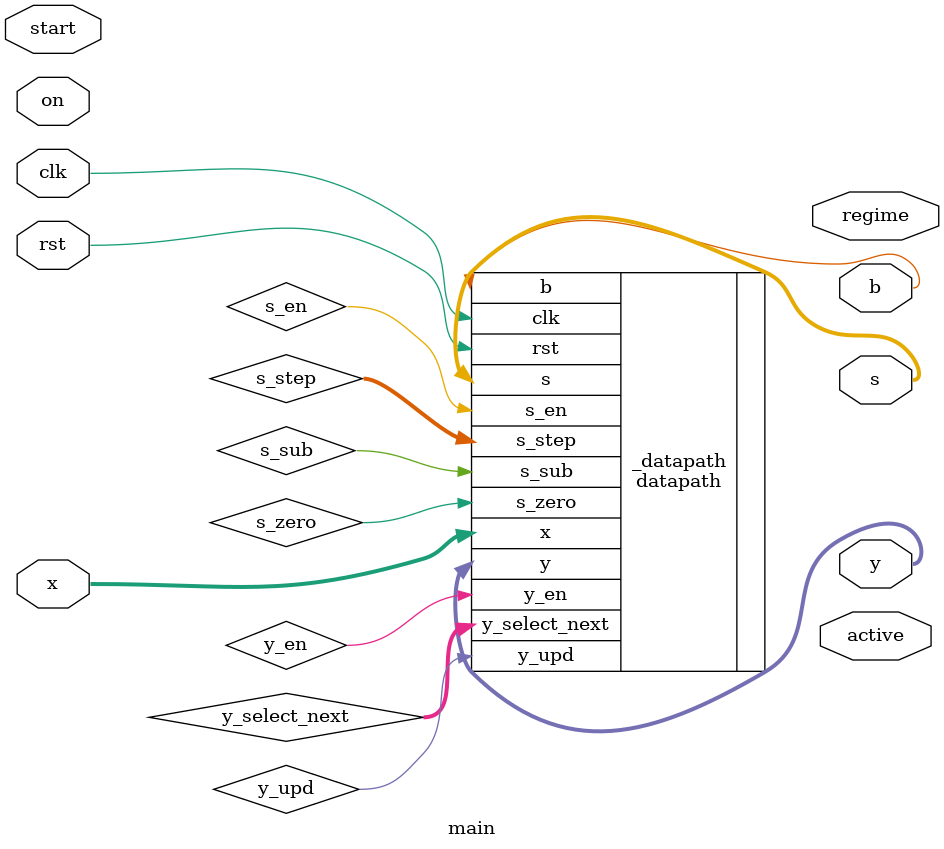
<source format=v>
module main(x, on, start, y, s, b, regime, active, clk, rst);
  // // (*) По необходимости можно добавть "reg" в объявлениях выходных точек, задающихся в управляющем автомате.
  input [7:0] x;
  input [1:0] on;
  input start;
  output [7:0] y;
  output [2:0] s;
  output b, active;
  output [1:0] regime;
  input clk, rst;
  
  // (*) По необходимости можно заменить wire на reg для любых точек далее.
  wire [1:0] y_select_next, s_step;
  wire y_en, s_en, y_upd, s_sub, s_zero;
  
  // Основная часть операционного автомата.
  datapath _datapath(
    .x(x),
    .y(y),
    .s(s),
    .b(b),
    .s_en(s_en),
    .s_step(s_step),
    .s_sub(s_sub),
    .s_zero(s_zero),
    .y_en(y_en),
    .y_select_next(y_select_next),
    .y_upd(y_upd),
    .clk(clk),
    .rst(rst)
  );
  
  // Распознавание свойств данных в операционном автомате.
  // (*) Здесь следует по необходимости объявить новые управляющие точки
  //   и реализовать задающие их подсхемы
  //   (преобразующие данные в управление).
  
  // Управляющий автомат.
  // (*) Здесь следует написать схему, основная часть которой - это
  //   типовая реализация управляющего символьного автомата,
  //   заставляющая схему main выполняться согласно условию.
endmodule

</source>
